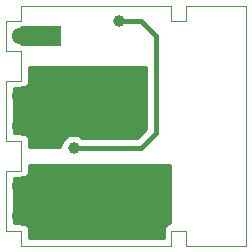
<source format=gbr>
%TF.GenerationSoftware,KiCad,Pcbnew,(5.1.9)-1*%
%TF.CreationDate,2021-04-15T15:10:30+02:00*%
%TF.ProjectId,12_TOR_P,31325f54-4f52-45f5-902e-6b696361645f,rev?*%
%TF.SameCoordinates,Original*%
%TF.FileFunction,Copper,L2,Bot*%
%TF.FilePolarity,Positive*%
%FSLAX46Y46*%
G04 Gerber Fmt 4.6, Leading zero omitted, Abs format (unit mm)*
G04 Created by KiCad (PCBNEW (5.1.9)-1) date 2021-04-15 15:10:30*
%MOMM*%
%LPD*%
G01*
G04 APERTURE LIST*
%TA.AperFunction,Profile*%
%ADD10C,0.050000*%
%TD*%
%TA.AperFunction,SMDPad,CuDef*%
%ADD11R,2.524000X1.700000*%
%TD*%
%TA.AperFunction,ComponentPad*%
%ADD12C,1.524000*%
%TD*%
%TA.AperFunction,ComponentPad*%
%ADD13R,1.700000X1.700000*%
%TD*%
%TA.AperFunction,ViaPad*%
%ADD14C,1.000000*%
%TD*%
%TA.AperFunction,Conductor*%
%ADD15C,0.400000*%
%TD*%
%TA.AperFunction,Conductor*%
%ADD16C,0.254000*%
%TD*%
%TA.AperFunction,Conductor*%
%ADD17C,0.100000*%
%TD*%
G04 APERTURE END LIST*
D10*
X115570000Y-60960000D02*
X120650000Y-60960000D01*
X115570000Y-62230000D02*
X115570000Y-60960000D01*
X114300000Y-62230000D02*
X115570000Y-62230000D01*
X114300000Y-60960000D02*
X114300000Y-62230000D01*
X115570000Y-81280000D02*
X120650000Y-81280000D01*
X115570000Y-80010000D02*
X115570000Y-81280000D01*
X114300000Y-80010000D02*
X115570000Y-80010000D01*
X114300000Y-81280000D02*
X114300000Y-80010000D01*
X101600000Y-62230000D02*
X101600000Y-60960000D01*
X100330000Y-62230000D02*
X101600000Y-62230000D01*
X100330000Y-64770000D02*
X100330000Y-62230000D01*
X101600000Y-64770000D02*
X100330000Y-64770000D01*
X100330000Y-72390000D02*
X100330000Y-67310000D01*
X101600000Y-72390000D02*
X100330000Y-72390000D01*
X101600000Y-74930000D02*
X101600000Y-72390000D01*
X100330000Y-74930000D02*
X101600000Y-74930000D01*
X120650000Y-60960000D02*
X120650000Y-81280000D01*
X101600000Y-60960000D02*
X114300000Y-60960000D01*
X101600000Y-80010000D02*
X101600000Y-81280000D01*
X100330000Y-80010000D02*
X101600000Y-80010000D01*
X101600000Y-64770000D02*
X101600000Y-67310000D01*
X101600000Y-67310000D02*
X100330000Y-67310000D01*
X114300000Y-81280000D02*
X101600000Y-81280000D01*
X100330000Y-80010000D02*
X100330000Y-74930000D01*
D11*
%TO.P,J1,1*%
%TO.N,Vsupply*%
X102870000Y-71120000D03*
D12*
X101600000Y-71120000D03*
D13*
X104140000Y-71120000D03*
%TD*%
%TO.P,J2,1*%
%TO.N,TRIG*%
X104140000Y-63500000D03*
D12*
X101600000Y-63500000D03*
D11*
X102870000Y-63500000D03*
%TD*%
D13*
%TO.P,J3,1*%
%TO.N,OUT*%
X104140000Y-76200000D03*
D12*
X101600000Y-76200000D03*
D11*
X102870000Y-76200000D03*
%TD*%
%TO.P,J4,1*%
%TO.N,Vsupply*%
X102870000Y-68580000D03*
D12*
X101600000Y-68580000D03*
D13*
X104140000Y-68580000D03*
%TD*%
%TO.P,J5,1*%
%TO.N,OUT*%
X104140000Y-78740000D03*
D12*
X101600000Y-78740000D03*
D11*
X102870000Y-78740000D03*
%TD*%
D14*
%TO.N,Vsupply*%
X106045000Y-66675000D03*
%TO.N,OUT*%
X113030000Y-76835000D03*
%TO.N,Vsupply*%
X107950000Y-66675000D03*
X109855000Y-66675000D03*
X111760000Y-66675000D03*
X111760000Y-68580000D03*
%TO.N,OUT*%
X111760000Y-80010000D03*
X109855000Y-80010000D03*
X107950000Y-80010000D03*
X106045000Y-80010000D03*
X113030000Y-78740000D03*
X113030000Y-74930000D03*
%TO.N,Net-(Q1-Pad4)*%
X106045000Y-73025000D03*
X109855000Y-62230000D03*
%TD*%
D15*
%TO.N,Vsupply*%
X102870000Y-71120000D02*
X104140000Y-71120000D01*
X102870000Y-68580000D02*
X104140000Y-68580000D01*
%TO.N,TRIG*%
X102870000Y-63500000D02*
X104140000Y-63500000D01*
%TO.N,OUT*%
X102870000Y-76200000D02*
X104140000Y-76200000D01*
X102870000Y-78740000D02*
X104140000Y-78740000D01*
%TO.N,Net-(Q1-Pad4)*%
X111760000Y-73025000D02*
X113030000Y-71755000D01*
X106045000Y-73025000D02*
X111760000Y-73025000D01*
X113030000Y-71755000D02*
X113030000Y-63500000D01*
X113030000Y-63500000D02*
X111760000Y-62230000D01*
X111760000Y-62230000D02*
X109855000Y-62230000D01*
%TD*%
D16*
%TO.N,OUT*%
X114173000Y-79359315D02*
X114170617Y-79359550D01*
X114046207Y-79397290D01*
X113931550Y-79458575D01*
X113831052Y-79541052D01*
X113748575Y-79641550D01*
X113687290Y-79756207D01*
X113649550Y-79880617D01*
X113636807Y-80010000D01*
X113640001Y-80042429D01*
X113640001Y-80620000D01*
X102260000Y-80620000D01*
X102260000Y-80042418D01*
X102263193Y-80010000D01*
X102250450Y-79880617D01*
X102212710Y-79756207D01*
X102151425Y-79641550D01*
X102068948Y-79541052D01*
X101968450Y-79458575D01*
X101853793Y-79397290D01*
X101729383Y-79359550D01*
X101632419Y-79350000D01*
X101600000Y-79346807D01*
X101567581Y-79350000D01*
X100990000Y-79350000D01*
X100990000Y-75590000D01*
X101567581Y-75590000D01*
X101600000Y-75593193D01*
X101632419Y-75590000D01*
X101729383Y-75580450D01*
X101853793Y-75542710D01*
X101968450Y-75481425D01*
X102068948Y-75398948D01*
X102151425Y-75298450D01*
X102212710Y-75183793D01*
X102250450Y-75059383D01*
X102263193Y-74930000D01*
X102260000Y-74897581D01*
X102260000Y-74422000D01*
X114173000Y-74422000D01*
X114173000Y-79359315D01*
%TA.AperFunction,Conductor*%
D17*
G36*
X114173000Y-79359315D02*
G01*
X114170617Y-79359550D01*
X114046207Y-79397290D01*
X113931550Y-79458575D01*
X113831052Y-79541052D01*
X113748575Y-79641550D01*
X113687290Y-79756207D01*
X113649550Y-79880617D01*
X113636807Y-80010000D01*
X113640001Y-80042429D01*
X113640001Y-80620000D01*
X102260000Y-80620000D01*
X102260000Y-80042418D01*
X102263193Y-80010000D01*
X102250450Y-79880617D01*
X102212710Y-79756207D01*
X102151425Y-79641550D01*
X102068948Y-79541052D01*
X101968450Y-79458575D01*
X101853793Y-79397290D01*
X101729383Y-79359550D01*
X101632419Y-79350000D01*
X101600000Y-79346807D01*
X101567581Y-79350000D01*
X100990000Y-79350000D01*
X100990000Y-75590000D01*
X101567581Y-75590000D01*
X101600000Y-75593193D01*
X101632419Y-75590000D01*
X101729383Y-75580450D01*
X101853793Y-75542710D01*
X101968450Y-75481425D01*
X102068948Y-75398948D01*
X102151425Y-75298450D01*
X102212710Y-75183793D01*
X102250450Y-75059383D01*
X102263193Y-74930000D01*
X102260000Y-74897581D01*
X102260000Y-74422000D01*
X114173000Y-74422000D01*
X114173000Y-79359315D01*
G37*
%TD.AperFunction*%
%TD*%
D16*
%TO.N,Vsupply*%
X112195000Y-71409132D02*
X111414133Y-72190000D01*
X106815132Y-72190000D01*
X106768520Y-72143388D01*
X106582624Y-72019176D01*
X106376067Y-71933617D01*
X106156788Y-71890000D01*
X105933212Y-71890000D01*
X105713933Y-71933617D01*
X105507376Y-72019176D01*
X105321480Y-72143388D01*
X105163388Y-72301480D01*
X105039176Y-72487376D01*
X104953617Y-72693933D01*
X104913026Y-72898000D01*
X102260000Y-72898000D01*
X102260000Y-72422418D01*
X102263193Y-72390000D01*
X102250450Y-72260617D01*
X102212710Y-72136207D01*
X102151425Y-72021550D01*
X102068948Y-71921052D01*
X101968450Y-71838575D01*
X101853793Y-71777290D01*
X101729383Y-71739550D01*
X101632419Y-71730000D01*
X101600000Y-71726807D01*
X101567581Y-71730000D01*
X100990000Y-71730000D01*
X100990000Y-67970000D01*
X101567581Y-67970000D01*
X101600000Y-67973193D01*
X101632419Y-67970000D01*
X101729383Y-67960450D01*
X101853793Y-67922710D01*
X101968450Y-67861425D01*
X102068948Y-67778948D01*
X102151425Y-67678450D01*
X102212710Y-67563793D01*
X102250450Y-67439383D01*
X102263193Y-67310000D01*
X102260000Y-67277581D01*
X102260000Y-66167000D01*
X112195001Y-66167000D01*
X112195000Y-71409132D01*
%TA.AperFunction,Conductor*%
D17*
G36*
X112195000Y-71409132D02*
G01*
X111414133Y-72190000D01*
X106815132Y-72190000D01*
X106768520Y-72143388D01*
X106582624Y-72019176D01*
X106376067Y-71933617D01*
X106156788Y-71890000D01*
X105933212Y-71890000D01*
X105713933Y-71933617D01*
X105507376Y-72019176D01*
X105321480Y-72143388D01*
X105163388Y-72301480D01*
X105039176Y-72487376D01*
X104953617Y-72693933D01*
X104913026Y-72898000D01*
X102260000Y-72898000D01*
X102260000Y-72422418D01*
X102263193Y-72390000D01*
X102250450Y-72260617D01*
X102212710Y-72136207D01*
X102151425Y-72021550D01*
X102068948Y-71921052D01*
X101968450Y-71838575D01*
X101853793Y-71777290D01*
X101729383Y-71739550D01*
X101632419Y-71730000D01*
X101600000Y-71726807D01*
X101567581Y-71730000D01*
X100990000Y-71730000D01*
X100990000Y-67970000D01*
X101567581Y-67970000D01*
X101600000Y-67973193D01*
X101632419Y-67970000D01*
X101729383Y-67960450D01*
X101853793Y-67922710D01*
X101968450Y-67861425D01*
X102068948Y-67778948D01*
X102151425Y-67678450D01*
X102212710Y-67563793D01*
X102250450Y-67439383D01*
X102263193Y-67310000D01*
X102260000Y-67277581D01*
X102260000Y-66167000D01*
X112195001Y-66167000D01*
X112195000Y-71409132D01*
G37*
%TD.AperFunction*%
%TD*%
M02*

</source>
